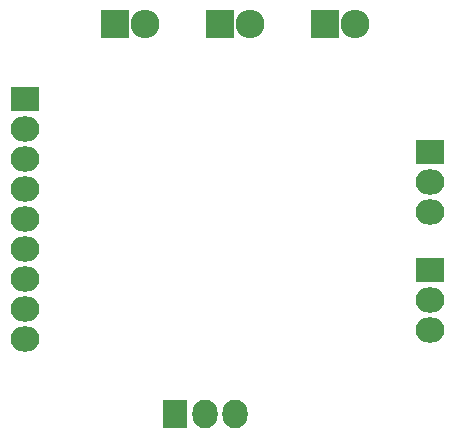
<source format=gbs>
G04 #@! TF.FileFunction,Soldermask,Bot*
%FSLAX46Y46*%
G04 Gerber Fmt 4.6, Leading zero omitted, Abs format (unit mm)*
G04 Created by KiCad (PCBNEW (2014-11-23 BZR 5300)-product) date Tue 25 Nov 2014 01:03:26 AM EST*
%MOMM*%
G01*
G04 APERTURE LIST*
%ADD10C,0.100000*%
%ADD11R,2.432000X2.127200*%
%ADD12O,2.432000X2.127200*%
%ADD13R,2.127200X2.432000*%
%ADD14O,2.127200X2.432000*%
%ADD15R,2.432000X2.432000*%
%ADD16O,2.432000X2.432000*%
G04 APERTURE END LIST*
D10*
D11*
X191770000Y-102235000D03*
D12*
X191770000Y-104775000D03*
X191770000Y-107315000D03*
D11*
X191770000Y-112268000D03*
D12*
X191770000Y-114808000D03*
X191770000Y-117348000D03*
D13*
X170180000Y-124460000D03*
D14*
X172720000Y-124460000D03*
X175260000Y-124460000D03*
D11*
X157480000Y-97790000D03*
D12*
X157480000Y-100330000D03*
X157480000Y-102870000D03*
X157480000Y-105410000D03*
X157480000Y-107950000D03*
X157480000Y-110490000D03*
X157480000Y-113030000D03*
X157480000Y-115570000D03*
X157480000Y-118110000D03*
D15*
X165100000Y-91440000D03*
D16*
X167640000Y-91440000D03*
D15*
X173990000Y-91440000D03*
D16*
X176530000Y-91440000D03*
D15*
X182880000Y-91440000D03*
D16*
X185420000Y-91440000D03*
M02*

</source>
